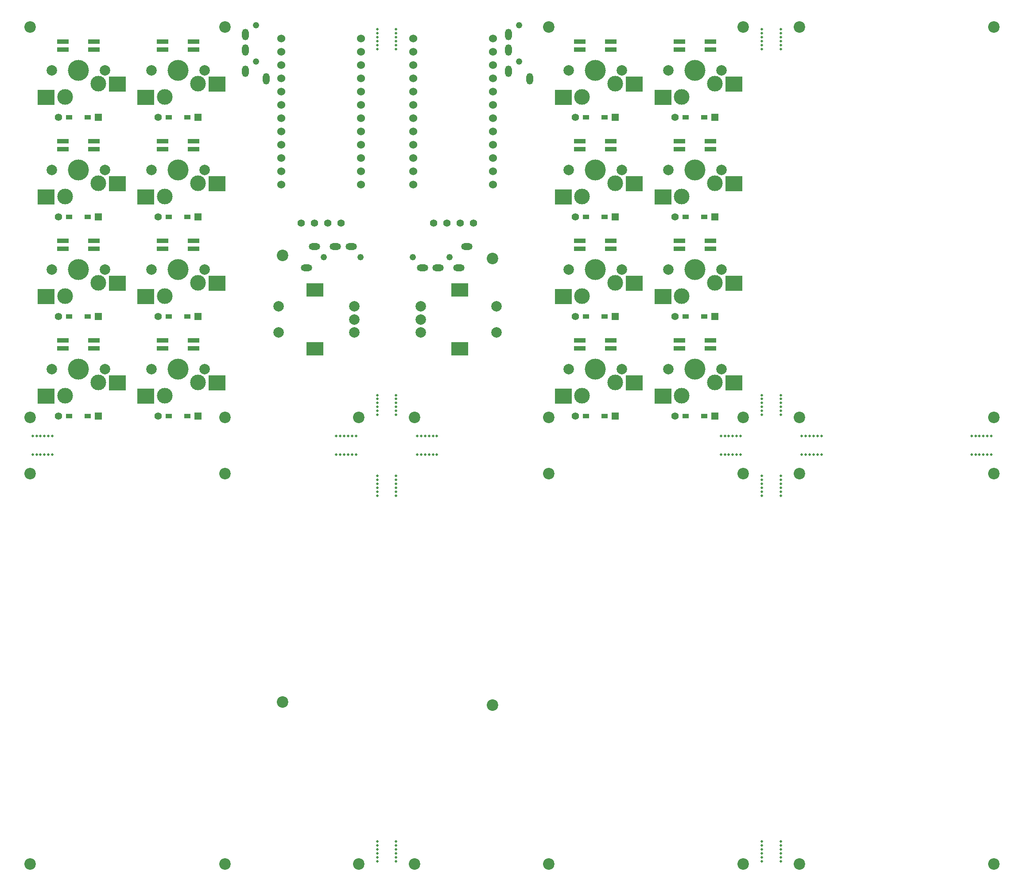
<source format=gbr>
G04 #@! TF.GenerationSoftware,KiCad,Pcbnew,(5.1.12)-1*
G04 #@! TF.CreationDate,2022-04-06T18:15:02+09:00*
G04 #@! TF.ProjectId,chervil8or,63686572-7669-46c3-986f-722e6b696361,rev?*
G04 #@! TF.SameCoordinates,Original*
G04 #@! TF.FileFunction,Soldermask,Bot*
G04 #@! TF.FilePolarity,Negative*
%FSLAX46Y46*%
G04 Gerber Fmt 4.6, Leading zero omitted, Abs format (unit mm)*
G04 Created by KiCad (PCBNEW (5.1.12)-1) date 2022-04-06 18:15:02*
%MOMM*%
%LPD*%
G01*
G04 APERTURE LIST*
%ADD10C,1.397000*%
%ADD11R,1.397000X1.397000*%
%ADD12R,1.300000X0.950000*%
%ADD13C,0.500000*%
%ADD14C,2.200000*%
%ADD15C,1.524000*%
%ADD16C,2.000000*%
%ADD17R,3.200000X2.500000*%
%ADD18R,3.300000X3.000000*%
%ADD19C,4.000000*%
%ADD20C,3.000000*%
%ADD21R,2.200000X0.820000*%
%ADD22O,2.200000X1.300000*%
%ADD23C,1.210000*%
%ADD24O,1.300000X2.200000*%
G04 APERTURE END LIST*
D10*
X15240000Y-66079600D03*
D11*
X22860000Y-66079600D03*
D12*
X20825000Y-66079600D03*
X17275000Y-66079600D03*
D13*
X-8746100Y-69949200D03*
X-4996100Y-69949200D03*
X-5746100Y-69949200D03*
X-7996100Y-69949200D03*
X-7246100Y-69949200D03*
X-6496100Y-69949200D03*
X-8746100Y-73521000D03*
X-4996100Y-73521000D03*
X-5746100Y-73521000D03*
X-7996100Y-73521000D03*
X-7246100Y-73521000D03*
X-6496100Y-73521000D03*
X170740000Y-69949200D03*
X174490000Y-69949200D03*
X173740000Y-69949200D03*
X171490000Y-69949200D03*
X172240000Y-69949200D03*
X172990000Y-69949200D03*
X170740000Y-73521000D03*
X174490000Y-73521000D03*
X173740000Y-73521000D03*
X171490000Y-73521000D03*
X172240000Y-73521000D03*
X172990000Y-73521000D03*
X134243000Y-147523000D03*
X134243000Y-151273000D03*
X134243000Y-150523000D03*
X134243000Y-148273000D03*
X134243000Y-149023000D03*
X134243000Y-149773000D03*
X130671000Y-147523000D03*
X130671000Y-151273000D03*
X130671000Y-150523000D03*
X130671000Y-148273000D03*
X130671000Y-149023000D03*
X130671000Y-149773000D03*
X134243000Y7853100D03*
X134243000Y4103100D03*
X134243000Y4853100D03*
X134243000Y7103100D03*
X134243000Y6353100D03*
X134243000Y5603100D03*
X130671000Y7853100D03*
X130671000Y4103100D03*
X130671000Y4853100D03*
X130671000Y7103100D03*
X130671000Y6353100D03*
X130671000Y5603100D03*
X134243000Y-77574200D03*
X134243000Y-81324200D03*
X134243000Y-80574200D03*
X134243000Y-78324200D03*
X134243000Y-79074200D03*
X134243000Y-79824200D03*
X130671000Y-77574200D03*
X130671000Y-81324200D03*
X130671000Y-80574200D03*
X130671000Y-78324200D03*
X130671000Y-79074200D03*
X130671000Y-79824200D03*
X134243000Y-62096000D03*
X134243000Y-65846000D03*
X134243000Y-65096000D03*
X134243000Y-62846000D03*
X134243000Y-63596000D03*
X134243000Y-64346000D03*
X130671000Y-62096000D03*
X130671000Y-65846000D03*
X130671000Y-65096000D03*
X130671000Y-62846000D03*
X130671000Y-63596000D03*
X130671000Y-64346000D03*
X138296000Y-69949200D03*
X142046000Y-69949200D03*
X141296000Y-69949200D03*
X139046000Y-69949200D03*
X139796000Y-69949200D03*
X140546000Y-69949200D03*
X138296000Y-73521000D03*
X142046000Y-73521000D03*
X141296000Y-73521000D03*
X139046000Y-73521000D03*
X139796000Y-73521000D03*
X140546000Y-73521000D03*
X122818000Y-69949200D03*
X126568000Y-69949200D03*
X125818000Y-69949200D03*
X123568000Y-69949200D03*
X124318000Y-69949200D03*
X125068000Y-69949200D03*
X122818000Y-73521000D03*
X126568000Y-73521000D03*
X125818000Y-73521000D03*
X123568000Y-73521000D03*
X124318000Y-73521000D03*
X125068000Y-73521000D03*
X64774900Y-69949200D03*
X68524900Y-69949200D03*
X67774900Y-69949200D03*
X65524900Y-69949200D03*
X66274900Y-69949200D03*
X67024900Y-69949200D03*
X64774900Y-73521000D03*
X68524900Y-73521000D03*
X67774900Y-73521000D03*
X65524900Y-73521000D03*
X66274900Y-73521000D03*
X67024900Y-73521000D03*
X49296800Y-69949200D03*
X53046800Y-69949200D03*
X52296800Y-69949200D03*
X50046800Y-69949200D03*
X50796800Y-69949200D03*
X51546800Y-69949200D03*
X49296800Y-73521000D03*
X53046800Y-73521000D03*
X52296800Y-73521000D03*
X50046800Y-73521000D03*
X50796800Y-73521000D03*
X51546800Y-73521000D03*
D14*
X79176500Y-121444000D03*
X38992900Y-120848000D03*
X137815000Y8334400D03*
X175022000Y8334400D03*
X175022000Y-66377300D03*
X137815000Y-151805000D03*
X175022000Y-151805000D03*
X137815000Y-66377300D03*
X137815000Y-77092900D03*
X175022000Y-77092900D03*
X89892100Y-77092900D03*
X127099000Y-77092900D03*
X27979700Y-77092900D03*
D13*
X60721800Y-77574200D03*
X60721800Y-81324200D03*
X60721800Y-80574200D03*
X60721800Y-78324200D03*
X60721800Y-79074200D03*
X60721800Y-79824200D03*
X57150000Y-79824200D03*
X57150000Y-79074200D03*
X57150000Y-78324200D03*
X57150000Y-80574200D03*
X57150000Y-81324200D03*
X57150000Y-77574200D03*
D14*
X-9227300Y-77092900D03*
X27979700Y-151805000D03*
X89892100Y-151805000D03*
X127099000Y-151805000D03*
X-9227300Y-151805000D03*
X53578100Y-151805000D03*
X64293700Y-151805000D03*
D13*
X60721800Y-147523000D03*
X60721800Y-151273000D03*
X60721800Y-150523000D03*
X60721800Y-148273000D03*
X60721800Y-149023000D03*
X60721800Y-149773000D03*
X57150000Y-147523000D03*
X57150000Y-151273000D03*
X57150000Y-150523000D03*
X57150000Y-148273000D03*
X57150000Y-149023000D03*
X57150000Y-149773000D03*
X57150000Y-64346000D03*
X57150000Y-63596000D03*
X57150000Y-62846000D03*
X57150000Y-65096000D03*
X57150000Y-65846000D03*
X57150000Y-62096000D03*
X60721800Y-64346000D03*
X60721800Y-63596000D03*
X60721800Y-62846000D03*
X60721800Y-65096000D03*
X60721800Y-65846000D03*
X60721800Y-62096000D03*
X60721800Y5603100D03*
X60721800Y6353100D03*
X60721800Y7103100D03*
X60721800Y4853100D03*
X60721800Y4103100D03*
X60721800Y7853100D03*
X57150000Y7853100D03*
X57150000Y4103100D03*
X57150000Y4853100D03*
X57150000Y7103100D03*
X57150000Y6353100D03*
X57150000Y5603100D03*
D14*
X127099000Y8334400D03*
X127099000Y-66377300D03*
X64293700Y-66377300D03*
X89892100Y-66377300D03*
X89892100Y8334400D03*
X79176500Y-36016400D03*
X38992900Y-35421100D03*
X53578100Y-66377300D03*
X27979700Y-66377300D03*
X27979700Y8334400D03*
X-9227300Y8334400D03*
X-9227300Y-66377300D03*
D10*
X114062000Y-47029600D03*
D11*
X121682000Y-47029600D03*
D12*
X119647000Y-47029600D03*
X116097000Y-47029600D03*
D10*
X114062000Y-8929700D03*
D11*
X121682000Y-8929700D03*
D12*
X119647000Y-8929700D03*
X116097000Y-8929700D03*
D10*
X114062000Y-66079600D03*
D11*
X121682000Y-66079600D03*
D12*
X119647000Y-66079600D03*
X116097000Y-66079600D03*
D10*
X114062000Y-27979700D03*
D11*
X121682000Y-27979700D03*
D12*
X119647000Y-27979700D03*
X116097000Y-27979700D03*
D10*
X95011800Y-47029600D03*
D11*
X102631800Y-47029600D03*
D12*
X100596800Y-47029600D03*
X97046800Y-47029600D03*
D10*
X95011800Y-8929700D03*
D11*
X102631800Y-8929700D03*
D12*
X100596800Y-8929700D03*
X97046800Y-8929700D03*
D10*
X95011800Y-66079600D03*
D11*
X102631800Y-66079600D03*
D12*
X100596800Y-66079600D03*
X97046800Y-66079600D03*
D10*
X95011800Y-27979700D03*
D11*
X102631800Y-27979700D03*
D12*
X100596800Y-27979700D03*
X97046800Y-27979700D03*
D15*
X79275800Y6064300D03*
X79275800Y3524300D03*
X79275800Y984300D03*
X79275800Y-1555700D03*
X79275800Y-4095700D03*
X79275800Y-6635700D03*
X79275800Y-9175700D03*
X79275800Y-11715700D03*
X79275800Y-14255700D03*
X79275800Y-16795700D03*
X79275800Y-19335700D03*
X79275800Y-21875700D03*
X64035800Y-21875700D03*
X64035800Y-19335700D03*
X64035800Y-16795700D03*
X64035800Y-14255700D03*
X64035800Y-11715700D03*
X64035800Y-9175700D03*
X64035800Y-6635700D03*
X64035800Y-4095700D03*
X64035800Y-1555700D03*
X64035800Y984300D03*
X64035800Y3524300D03*
X64035800Y6064300D03*
X53975000Y6064300D03*
X53975000Y3524300D03*
X53975000Y984300D03*
X53975000Y-1555700D03*
X53975000Y-4095700D03*
X53975000Y-6635700D03*
X53975000Y-9175700D03*
X53975000Y-11715700D03*
X53975000Y-14255700D03*
X53975000Y-16795700D03*
X53975000Y-19335700D03*
X53975000Y-21875700D03*
X38735000Y-21875700D03*
X38735000Y-19335700D03*
X38735000Y-16795700D03*
X38735000Y-14255700D03*
X38735000Y-11715700D03*
X38735000Y-9175700D03*
X38735000Y-6635700D03*
X38735000Y-4095700D03*
X38735000Y-1555700D03*
X38735000Y984300D03*
X38735000Y3524300D03*
X38735000Y6064300D03*
D16*
X79925700Y-50125000D03*
X79925700Y-45125000D03*
D17*
X72925700Y-53225000D03*
X72925700Y-42025000D03*
D16*
X65425700Y-50125000D03*
X65425700Y-47625000D03*
X65425700Y-45125000D03*
D18*
X111722000Y-43220000D03*
D16*
X122952000Y-38100000D03*
X112792000Y-38100000D03*
D19*
X117872000Y-38100000D03*
D20*
X115332000Y-43180000D03*
X121682000Y-40640000D03*
D18*
X125322000Y-40680000D03*
X111722000Y-5120000D03*
D16*
X122952000Y0D03*
X112792000Y0D03*
D19*
X117872000Y0D03*
D20*
X115332000Y-5080000D03*
X121682000Y-2540000D03*
D18*
X125322000Y-2580000D03*
X111722000Y-62270000D03*
D16*
X122952000Y-57150000D03*
X112792000Y-57150000D03*
D19*
X117872000Y-57150000D03*
D20*
X115332000Y-62230000D03*
X121682000Y-59690000D03*
D18*
X125322000Y-59730000D03*
X111722000Y-24170000D03*
D16*
X122952000Y-19050000D03*
X112792000Y-19050000D03*
D19*
X117872000Y-19050000D03*
D20*
X115332000Y-24130000D03*
X121682000Y-21590000D03*
D18*
X125322000Y-21630000D03*
X92671900Y-43220000D03*
D16*
X103901900Y-38100000D03*
X93741900Y-38100000D03*
D19*
X98821900Y-38100000D03*
D20*
X96281900Y-43180000D03*
X102631900Y-40640000D03*
D18*
X106271900Y-40680000D03*
X92671900Y-5120000D03*
D16*
X103901900Y0D03*
X93741900Y0D03*
D19*
X98821900Y0D03*
D20*
X96281900Y-5080000D03*
X102631900Y-2540000D03*
D18*
X106271900Y-2580000D03*
X92671900Y-62270000D03*
D16*
X103901900Y-57150000D03*
X93741900Y-57150000D03*
D19*
X98821900Y-57150000D03*
D20*
X96281900Y-62230000D03*
X102631900Y-59690000D03*
D18*
X106271900Y-59730000D03*
X92671900Y-24170000D03*
D16*
X103901900Y-19050000D03*
X93741900Y-19050000D03*
D19*
X98821900Y-19050000D03*
D20*
X96281900Y-24130000D03*
X102631900Y-21590000D03*
D18*
X106271900Y-21630000D03*
D16*
X38243800Y-45125000D03*
X38243800Y-50125000D03*
D17*
X45243800Y-42025000D03*
X45243800Y-53225000D03*
D16*
X52743800Y-45125000D03*
X52743800Y-47625000D03*
X52743800Y-50125000D03*
D18*
X12900000Y-43220000D03*
D16*
X24130000Y-38100000D03*
X13970000Y-38100000D03*
D19*
X19050000Y-38100000D03*
D20*
X16510000Y-43180000D03*
X22860000Y-40640000D03*
D18*
X26500000Y-40680000D03*
X12900000Y-5120000D03*
D16*
X24130000Y0D03*
X13970000Y0D03*
D19*
X19050000Y0D03*
D20*
X16510000Y-5080000D03*
X22860000Y-2540000D03*
D18*
X26500000Y-2580000D03*
X12900000Y-62270000D03*
D16*
X24130000Y-57150000D03*
X13970000Y-57150000D03*
D19*
X19050000Y-57150000D03*
D20*
X16510000Y-62230000D03*
X22860000Y-59690000D03*
D18*
X26500000Y-59730000D03*
X12900000Y-24170000D03*
D16*
X24130000Y-19050000D03*
X13970000Y-19050000D03*
D19*
X19050000Y-19050000D03*
D20*
X16510000Y-24130000D03*
X22860000Y-21590000D03*
D18*
X26500000Y-21630000D03*
X-6150000Y-43220000D03*
D16*
X5080000Y-38100000D03*
X-5080000Y-38100000D03*
D19*
X0Y-38100000D03*
D20*
X-2540000Y-43180000D03*
X3810000Y-40640000D03*
D18*
X7450000Y-40680000D03*
X-6150000Y-5120000D03*
D16*
X5080000Y0D03*
X-5080000Y0D03*
D19*
X0Y0D03*
D20*
X-2540000Y-5080000D03*
X3810000Y-2540000D03*
D18*
X7450000Y-2580000D03*
X-6150000Y-62270000D03*
D16*
X5080000Y-57150000D03*
X-5080000Y-57150000D03*
D19*
X0Y-57150000D03*
D20*
X-2540000Y-62230000D03*
X3810000Y-59690000D03*
D18*
X7450000Y-59730000D03*
X-6150000Y-24170000D03*
D16*
X5080000Y-19050000D03*
X-5080000Y-19050000D03*
D19*
X0Y-19050000D03*
D20*
X-2540000Y-24130000D03*
X3810000Y-21590000D03*
D18*
X7450000Y-21630000D03*
D10*
X75485600Y-29170300D03*
X72945600Y-29170300D03*
X70405600Y-29170300D03*
X67865600Y-29170300D03*
X50184800Y-29170300D03*
X47644800Y-29170300D03*
X45104800Y-29170300D03*
X42564800Y-29170300D03*
D21*
X101771900Y5512500D03*
X101771900Y4012500D03*
X95871900Y4012500D03*
X95871900Y5512500D03*
X101771900Y-13537500D03*
X101771900Y-15037500D03*
X95871900Y-15037500D03*
X95871900Y-13537500D03*
X101771900Y-32587500D03*
X101771900Y-34087500D03*
X95871900Y-34087500D03*
X95871900Y-32587500D03*
X101771900Y-51637500D03*
X101771900Y-53137500D03*
X95871900Y-53137500D03*
X95871900Y-51637500D03*
X120822000Y-51637500D03*
X120822000Y-53137500D03*
X114922000Y-53137500D03*
X114922000Y-51637500D03*
X120822000Y-32587500D03*
X120822000Y-34087500D03*
X114922000Y-34087500D03*
X114922000Y-32587500D03*
X120822000Y-13537500D03*
X120822000Y-15037500D03*
X114922000Y-15037500D03*
X114922000Y-13537500D03*
X120822000Y5512500D03*
X120822000Y4012500D03*
X114922000Y4012500D03*
X114922000Y5512500D03*
X2950000Y5512500D03*
X2950000Y4012500D03*
X-2950000Y4012500D03*
X-2950000Y5512500D03*
X2950000Y-13537500D03*
X2950000Y-15037500D03*
X-2950000Y-15037500D03*
X-2950000Y-13537500D03*
X2950000Y-32587500D03*
X2950000Y-34087500D03*
X-2950000Y-34087500D03*
X-2950000Y-32587500D03*
X2950000Y-51637500D03*
X2950000Y-53137500D03*
X-2950000Y-53137500D03*
X-2950000Y-51637500D03*
X22000000Y-51637500D03*
X22000000Y-53137500D03*
X16100000Y-53137500D03*
X16100000Y-51637500D03*
X22000000Y-32587500D03*
X22000000Y-34087500D03*
X16100000Y-34087500D03*
X16100000Y-32587500D03*
X22000000Y-13537500D03*
X22000000Y-15037500D03*
X16100000Y-15037500D03*
X16100000Y-13537500D03*
X22000000Y5512500D03*
X22000000Y4012500D03*
X16100000Y4012500D03*
X16100000Y5512500D03*
D22*
X68760900Y-37718700D03*
X65760900Y-37718700D03*
X74260900Y-33718700D03*
X72760900Y-37718700D03*
D23*
X63960900Y-35718700D03*
X70960900Y-35718700D03*
D24*
X82236600Y3867200D03*
X82236600Y6867200D03*
X86236600Y-1632800D03*
X82236600Y-132800D03*
D23*
X84236600Y8667200D03*
X84236600Y1667200D03*
D22*
X49110900Y-33718700D03*
X52110900Y-33718700D03*
X43610900Y-37718700D03*
X45110900Y-33718700D03*
D23*
X53910900Y-35718700D03*
X46910900Y-35718700D03*
D24*
X31932800Y3867200D03*
X31932800Y6867200D03*
X35932800Y-1632800D03*
X31932800Y-132800D03*
D23*
X33932800Y8667200D03*
X33932800Y1667200D03*
D10*
X15240000Y-47029600D03*
D11*
X22860000Y-47029600D03*
D12*
X20825000Y-47029600D03*
X17275000Y-47029600D03*
X17275000Y-8929700D03*
X20825000Y-8929700D03*
D11*
X22860000Y-8929700D03*
D10*
X15240000Y-8929700D03*
X15240000Y-27979700D03*
D11*
X22860000Y-27979700D03*
D12*
X20825000Y-27979700D03*
X17275000Y-27979700D03*
D10*
X-3810000Y-47029600D03*
D11*
X3810000Y-47029600D03*
D12*
X1775000Y-47029600D03*
X-1775000Y-47029600D03*
D10*
X-3810000Y-8929700D03*
D11*
X3810000Y-8929700D03*
D12*
X1775000Y-8929700D03*
X-1775000Y-8929700D03*
D10*
X-3810000Y-66079600D03*
D11*
X3810000Y-66079600D03*
D12*
X1775000Y-66079600D03*
X-1775000Y-66079600D03*
D10*
X-3810000Y-27979700D03*
D11*
X3810000Y-27979700D03*
D12*
X1775000Y-27979700D03*
X-1775000Y-27979700D03*
M02*

</source>
